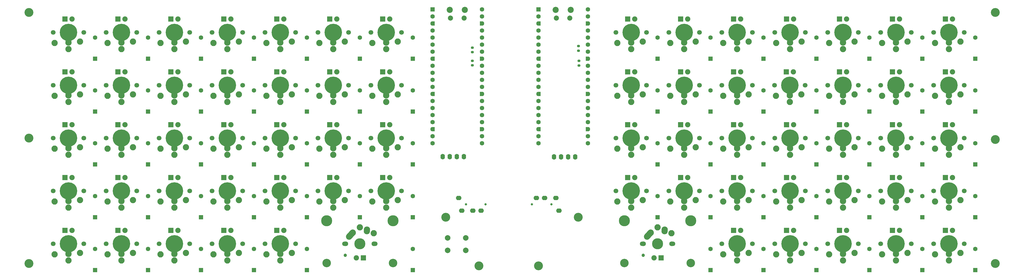
<source format=gbr>
%TF.GenerationSoftware,KiCad,Pcbnew,9.0.3*%
%TF.CreationDate,2025-07-31T16:32:47-07:00*%
%TF.ProjectId,fortissimo-ii,666f7274-6973-4736-996d-6f2d69692e6b,rev?*%
%TF.SameCoordinates,Original*%
%TF.FileFunction,Soldermask,Bot*%
%TF.FilePolarity,Negative*%
%FSLAX46Y46*%
G04 Gerber Fmt 4.6, Leading zero omitted, Abs format (unit mm)*
G04 Created by KiCad (PCBNEW 9.0.3) date 2025-07-31 16:32:47*
%MOMM*%
%LPD*%
G01*
G04 APERTURE LIST*
G04 Aperture macros list*
%AMRoundRect*
0 Rectangle with rounded corners*
0 $1 Rounding radius*
0 $2 $3 $4 $5 $6 $7 $8 $9 X,Y pos of 4 corners*
0 Add a 4 corners polygon primitive as box body*
4,1,4,$2,$3,$4,$5,$6,$7,$8,$9,$2,$3,0*
0 Add four circle primitives for the rounded corners*
1,1,$1+$1,$2,$3*
1,1,$1+$1,$4,$5*
1,1,$1+$1,$6,$7*
1,1,$1+$1,$8,$9*
0 Add four rect primitives between the rounded corners*
20,1,$1+$1,$2,$3,$4,$5,0*
20,1,$1+$1,$4,$5,$6,$7,0*
20,1,$1+$1,$6,$7,$8,$9,0*
20,1,$1+$1,$8,$9,$2,$3,0*%
%AMHorizOval*
0 Thick line with rounded ends*
0 $1 width*
0 $2 $3 position (X,Y) of the first rounded end (center of the circle)*
0 $4 $5 position (X,Y) of the second rounded end (center of the circle)*
0 Add line between two ends*
20,1,$1,$2,$3,$4,$5,0*
0 Add two circle primitives to create the rounded ends*
1,1,$1,$2,$3*
1,1,$1,$4,$5*%
%AMFreePoly0*
4,1,37,0.603843,0.796157,0.639018,0.796157,0.711114,0.766294,0.766294,0.711114,0.796157,0.639018,0.796157,0.603843,0.800000,0.600000,0.800000,-0.600000,0.796157,-0.603843,0.796157,-0.639018,0.766294,-0.711114,0.711114,-0.766294,0.639018,-0.796157,0.603843,-0.796157,0.600000,-0.800000,0.000000,-0.800000,0.000000,-0.796148,-0.078414,-0.796148,-0.232228,-0.765552,-0.377117,-0.705537,
-0.507515,-0.618408,-0.618408,-0.507515,-0.705537,-0.377117,-0.765552,-0.232228,-0.796148,-0.078414,-0.796148,0.078414,-0.765552,0.232228,-0.705537,0.377117,-0.618408,0.507515,-0.507515,0.618408,-0.377117,0.705537,-0.232228,0.765552,-0.078414,0.796148,0.000000,0.796148,0.000000,0.800000,0.600000,0.800000,0.603843,0.796157,0.603843,0.796157,$1*%
%AMFreePoly1*
4,1,37,0.000000,0.796148,0.078414,0.796148,0.232228,0.765552,0.377117,0.705537,0.507515,0.618408,0.618408,0.507515,0.705537,0.377117,0.765552,0.232228,0.796148,0.078414,0.796148,-0.078414,0.765552,-0.232228,0.705537,-0.377117,0.618408,-0.507515,0.507515,-0.618408,0.377117,-0.705537,0.232228,-0.765552,0.078414,-0.796148,0.000000,-0.796148,0.000000,-0.800000,-0.600000,-0.800000,
-0.603843,-0.796157,-0.639018,-0.796157,-0.711114,-0.766294,-0.766294,-0.711114,-0.796157,-0.639018,-0.796157,-0.603843,-0.800000,-0.600000,-0.800000,0.600000,-0.796157,0.603843,-0.796157,0.639018,-0.766294,0.711114,-0.711114,0.766294,-0.639018,0.796157,-0.603843,0.796157,-0.600000,0.800000,0.000000,0.800000,0.000000,0.796148,0.000000,0.796148,$1*%
G04 Aperture macros list end*
%ADD10C,1.700000*%
%ADD11C,6.250000*%
%ADD12C,2.300000*%
%ADD13C,2.250000*%
%ADD14C,1.905000*%
%ADD15R,1.905000X1.905000*%
%ADD16C,0.800000*%
%ADD17O,2.000000X1.600000*%
%ADD18C,3.200000*%
%ADD19C,3.987800*%
%ADD20C,3.048000*%
%ADD21C,1.200000*%
%ADD22C,1.750000*%
%ADD23HorizOval,2.250000X0.654995X0.730004X-0.654995X-0.730004X0*%
%ADD24HorizOval,2.250000X0.019771X0.290016X-0.019771X-0.290016X0*%
%ADD25O,1.600000X2.000000*%
%ADD26C,2.000000*%
%ADD27C,2.200000*%
%ADD28C,1.850000*%
%ADD29RoundRect,0.200000X-0.600000X-0.600000X0.600000X-0.600000X0.600000X0.600000X-0.600000X0.600000X0*%
%ADD30C,1.600000*%
%ADD31FreePoly0,0.000000*%
%ADD32FreePoly1,0.000000*%
%ADD33RoundRect,0.250000X0.550000X-0.550000X0.550000X0.550000X-0.550000X0.550000X-0.550000X-0.550000X0*%
%ADD34RoundRect,0.200000X-0.275000X0.200000X-0.275000X-0.200000X0.275000X-0.200000X0.275000X0.200000X0*%
G04 APERTURE END LIST*
D10*
%TO.C,SW9*%
X56412500Y-52387500D03*
D11*
X61912500Y-52387500D03*
D12*
X61912500Y-56087500D03*
D10*
X67412500Y-52387500D03*
D13*
X61912500Y-58437500D03*
X56912500Y-56187500D03*
X66042500Y-55687500D03*
D14*
X63182500Y-47587500D03*
D15*
X60642500Y-47587500D03*
%TD*%
D10*
%TO.C,SW43*%
X258818750Y-71437500D03*
D11*
X264318750Y-71437500D03*
D12*
X264318750Y-75137500D03*
D10*
X269818750Y-71437500D03*
D13*
X264318750Y-77487500D03*
X259318750Y-75237500D03*
X268448750Y-74737500D03*
D14*
X265588750Y-66637500D03*
D15*
X263048750Y-66637500D03*
%TD*%
D10*
%TO.C,SW48*%
X277868750Y-71437500D03*
D11*
X283368750Y-71437500D03*
D12*
X283368750Y-75137500D03*
D10*
X288868750Y-71437500D03*
D13*
X283368750Y-77487500D03*
X278368750Y-75237500D03*
X287498750Y-74737500D03*
D14*
X284638750Y-66637500D03*
D15*
X282098750Y-66637500D03*
%TD*%
D10*
%TO.C,SW21*%
X151662500Y-71437500D03*
D11*
X157162500Y-71437500D03*
D12*
X157162500Y-75137500D03*
D10*
X162662500Y-71437500D03*
D13*
X157162500Y-77487500D03*
X152162500Y-75237500D03*
X161292500Y-74737500D03*
D14*
X158432500Y-66637500D03*
D15*
X155892500Y-66637500D03*
%TD*%
D16*
%TO.C,J2*%
X209550000Y-95325000D03*
X216550000Y-95325000D03*
D17*
X214150000Y-93025000D03*
X211150000Y-93025000D03*
X219250000Y-97625000D03*
X218150000Y-93025000D03*
%TD*%
D10*
%TO.C,SW26*%
X113562500Y-90487500D03*
D11*
X119062500Y-90487500D03*
D12*
X119062500Y-94187500D03*
D10*
X124562500Y-90487500D03*
D13*
X119062500Y-96537500D03*
X114062500Y-94287500D03*
X123192500Y-93787500D03*
D14*
X120332500Y-85687500D03*
D15*
X117792500Y-85687500D03*
%TD*%
D10*
%TO.C,SW29*%
X37362500Y-109537500D03*
D11*
X42862500Y-109537500D03*
D12*
X42862500Y-113237500D03*
D10*
X48362500Y-109537500D03*
D13*
X42862500Y-115587500D03*
X37862500Y-113337500D03*
X46992500Y-112837500D03*
D14*
X44132500Y-104737500D03*
D15*
X41592500Y-104737500D03*
%TD*%
D10*
%TO.C,SW52*%
X296850000Y-52387500D03*
D11*
X302350000Y-52387500D03*
D12*
X302350000Y-56087500D03*
D10*
X307850000Y-52387500D03*
D13*
X302350000Y-58437500D03*
X297350000Y-56187500D03*
X306480000Y-55687500D03*
D14*
X303620000Y-47587500D03*
D15*
X301080000Y-47587500D03*
%TD*%
D10*
%TO.C,SW61*%
X335018750Y-33337500D03*
D11*
X340518750Y-33337500D03*
D12*
X340518750Y-37037500D03*
D10*
X346018750Y-33337500D03*
D13*
X340518750Y-39387500D03*
X335518750Y-37137500D03*
X344648750Y-36637500D03*
D14*
X341788750Y-28537500D03*
D15*
X339248750Y-28537500D03*
%TD*%
D10*
%TO.C,SW64*%
X335018750Y-90487500D03*
D11*
X340518750Y-90487500D03*
D12*
X340518750Y-94187500D03*
D10*
X346018750Y-90487500D03*
D13*
X340518750Y-96537500D03*
X335518750Y-94287500D03*
X344648750Y-93787500D03*
D14*
X341788750Y-85687500D03*
D15*
X339248750Y-85687500D03*
%TD*%
D10*
%TO.C,SW56*%
X315968750Y-33337500D03*
D11*
X321468750Y-33337500D03*
D12*
X321468750Y-37037500D03*
D10*
X326968750Y-33337500D03*
D13*
X321468750Y-39387500D03*
X316468750Y-37137500D03*
X325598750Y-36637500D03*
D14*
X322738750Y-28537500D03*
D15*
X320198750Y-28537500D03*
%TD*%
D10*
%TO.C,SW62*%
X335018750Y-52387500D03*
D11*
X340518750Y-52387500D03*
D12*
X340518750Y-56087500D03*
D10*
X346018750Y-52387500D03*
D13*
X340518750Y-58437500D03*
X335518750Y-56187500D03*
X344648750Y-55687500D03*
D14*
X341788750Y-47587500D03*
D15*
X339248750Y-47587500D03*
%TD*%
D10*
%TO.C,SW2*%
X56412500Y-33337500D03*
D11*
X61912500Y-33337500D03*
D12*
X61912500Y-37037500D03*
D10*
X67412500Y-33337500D03*
D13*
X61912500Y-39387500D03*
X56912500Y-37137500D03*
X66042500Y-36637500D03*
D14*
X63182500Y-28537500D03*
D15*
X60642500Y-28537500D03*
%TD*%
D10*
%TO.C,SW54*%
X296918750Y-90487500D03*
D11*
X302418750Y-90487500D03*
D12*
X302418750Y-94187500D03*
D10*
X307918750Y-90487500D03*
D13*
X302418750Y-96537500D03*
X297418750Y-94287500D03*
X306548750Y-93787500D03*
D14*
X303688750Y-85687500D03*
D15*
X301148750Y-85687500D03*
%TD*%
D10*
%TO.C,SW31*%
X75462500Y-109537500D03*
D11*
X80962500Y-109537500D03*
D12*
X80962500Y-113237500D03*
D10*
X86462500Y-109537500D03*
D13*
X80962500Y-115587500D03*
X75962500Y-113337500D03*
X85092500Y-112837500D03*
D14*
X82232500Y-104737500D03*
D15*
X79692500Y-104737500D03*
%TD*%
D10*
%TO.C,SW65*%
X354068750Y-109537500D03*
D11*
X359568750Y-109537500D03*
D12*
X359568750Y-113237500D03*
D10*
X365068750Y-109537500D03*
D13*
X359568750Y-115587500D03*
X354568750Y-113337500D03*
X363698750Y-112837500D03*
D14*
X360838750Y-104737500D03*
D15*
X358298750Y-104737500D03*
%TD*%
D10*
%TO.C,SW25*%
X94512500Y-90487500D03*
D11*
X100012500Y-90487500D03*
D12*
X100012500Y-94187500D03*
D10*
X105512500Y-90487500D03*
D13*
X100012500Y-96537500D03*
X95012500Y-94287500D03*
X104142500Y-93787500D03*
D14*
X101282500Y-85687500D03*
D15*
X98742500Y-85687500D03*
%TD*%
D18*
%TO.C,REF\u002A\u002A*%
X376237500Y-71934375D03*
%TD*%
%TO.C,REF\u002A\u002A*%
X211931250Y-117525000D03*
%TD*%
%TO.C,REF\u002A\u002A*%
X178593750Y-100012500D03*
%TD*%
D10*
%TO.C,SW4*%
X94512500Y-33337500D03*
D11*
X100012500Y-33337500D03*
D12*
X100012500Y-37037500D03*
D10*
X105512500Y-33337500D03*
D13*
X100012500Y-39387500D03*
X95012500Y-37137500D03*
X104142500Y-36637500D03*
D14*
X101282500Y-28537500D03*
D15*
X98742500Y-28537500D03*
%TD*%
D18*
%TO.C,REF\u002A\u002A*%
X376237500Y-26193750D03*
%TD*%
D19*
%TO.C,SW34*%
X135699500Y-101282500D03*
D20*
X135699500Y-116522500D03*
D10*
X142137500Y-109537500D03*
D21*
X142417500Y-113737500D03*
D22*
X142557500Y-109537500D03*
D19*
X147637500Y-109537500D03*
D22*
X152717500Y-109537500D03*
D10*
X153137500Y-109537500D03*
D19*
X159575500Y-101282500D03*
D20*
X159575500Y-116522500D03*
D23*
X144482495Y-106267496D03*
D13*
X145137500Y-105537500D03*
X147637500Y-103637500D03*
D24*
X150157271Y-104747484D03*
D13*
X150177500Y-104457500D03*
X152637500Y-105737500D03*
D14*
X146367500Y-114617500D03*
D15*
X148907500Y-114617500D03*
%TD*%
D18*
%TO.C,REF\u002A\u002A*%
X28575000Y-116681250D03*
%TD*%
D10*
%TO.C,SW14*%
X151662500Y-52387500D03*
D11*
X157162500Y-52387500D03*
D12*
X157162500Y-56087500D03*
D10*
X162662500Y-52387500D03*
D13*
X157162500Y-58437500D03*
X152162500Y-56187500D03*
X161292500Y-55687500D03*
D14*
X158432500Y-47587500D03*
D15*
X155892500Y-47587500D03*
%TD*%
D10*
%TO.C,SW8*%
X37362500Y-52387500D03*
D11*
X42862500Y-52387500D03*
D12*
X42862500Y-56087500D03*
D10*
X48362500Y-52387500D03*
D13*
X42862500Y-58437500D03*
X37862500Y-56187500D03*
X46992500Y-55687500D03*
D14*
X44132500Y-47587500D03*
D15*
X41592500Y-47587500D03*
%TD*%
D10*
%TO.C,SW6*%
X132612500Y-33337500D03*
D11*
X138112500Y-33337500D03*
D12*
X138112500Y-37037500D03*
D10*
X143612500Y-33337500D03*
D13*
X138112500Y-39387500D03*
X133112500Y-37137500D03*
X142242500Y-36637500D03*
D14*
X139382500Y-28537500D03*
D15*
X136842500Y-28537500D03*
%TD*%
D10*
%TO.C,SW5*%
X113562500Y-33337500D03*
D11*
X119062500Y-33337500D03*
D12*
X119062500Y-37037500D03*
D10*
X124562500Y-33337500D03*
D13*
X119062500Y-39387500D03*
X114062500Y-37137500D03*
X123192500Y-36637500D03*
D14*
X120332500Y-28537500D03*
D15*
X117792500Y-28537500D03*
%TD*%
D10*
%TO.C,SW67*%
X354068750Y-52387500D03*
D11*
X359568750Y-52387500D03*
D12*
X359568750Y-56087500D03*
D10*
X365068750Y-52387500D03*
D13*
X359568750Y-58437500D03*
X354568750Y-56187500D03*
X363698750Y-55687500D03*
D14*
X360838750Y-47587500D03*
D15*
X358298750Y-47587500D03*
%TD*%
D25*
%TO.C,Brd2*%
X225120000Y-78225000D03*
X222580000Y-78225000D03*
X220040000Y-78225000D03*
X217500000Y-78225000D03*
%TD*%
D10*
%TO.C,SW46*%
X277868750Y-33337500D03*
D11*
X283368750Y-33337500D03*
D12*
X283368750Y-37037500D03*
D10*
X288868750Y-33337500D03*
D13*
X283368750Y-39387500D03*
X278368750Y-37137500D03*
X287498750Y-36637500D03*
D14*
X284638750Y-28537500D03*
D15*
X282098750Y-28537500D03*
%TD*%
D10*
%TO.C,SW66*%
X354068750Y-33337500D03*
D11*
X359568750Y-33337500D03*
D12*
X359568750Y-37037500D03*
D10*
X365068750Y-33337500D03*
D13*
X359568750Y-39387500D03*
X354568750Y-37137500D03*
X363698750Y-36637500D03*
D14*
X360838750Y-28537500D03*
D15*
X358298750Y-28537500D03*
%TD*%
D10*
%TO.C,SW18*%
X94512500Y-71437500D03*
D11*
X100012500Y-71437500D03*
D12*
X100012500Y-75137500D03*
D10*
X105512500Y-71437500D03*
D13*
X100012500Y-77487500D03*
X95012500Y-75237500D03*
X104142500Y-74737500D03*
D14*
X101282500Y-66637500D03*
D15*
X98742500Y-66637500D03*
%TD*%
D10*
%TO.C,SW20*%
X132612500Y-71437500D03*
D11*
X138112500Y-71437500D03*
D12*
X138112500Y-75137500D03*
D10*
X143612500Y-71437500D03*
D13*
X138112500Y-77487500D03*
X133112500Y-75237500D03*
X142242500Y-74737500D03*
D14*
X139382500Y-66637500D03*
D15*
X136842500Y-66637500D03*
%TD*%
D10*
%TO.C,SW37*%
X239768750Y-52387500D03*
D11*
X245268750Y-52387500D03*
D12*
X245268750Y-56087500D03*
D10*
X250768750Y-52387500D03*
D13*
X245268750Y-58437500D03*
X240268750Y-56187500D03*
X249398750Y-55687500D03*
D14*
X246538750Y-47587500D03*
D15*
X243998750Y-47587500D03*
%TD*%
D10*
%TO.C,SW1*%
X37362500Y-33337500D03*
D11*
X42862500Y-33337500D03*
D12*
X42862500Y-37037500D03*
D10*
X48362500Y-33337500D03*
D13*
X42862500Y-39387500D03*
X37862500Y-37137500D03*
X46992500Y-36637500D03*
D14*
X44132500Y-28537500D03*
D15*
X41592500Y-28537500D03*
%TD*%
D10*
%TO.C,SW24*%
X75462500Y-90487500D03*
D11*
X80962500Y-90487500D03*
D12*
X80962500Y-94187500D03*
D10*
X86462500Y-90487500D03*
D13*
X80962500Y-96537500D03*
X75962500Y-94287500D03*
X85092500Y-93787500D03*
D14*
X82232500Y-85687500D03*
D15*
X79692500Y-85687500D03*
%TD*%
D10*
%TO.C,SW57*%
X315968750Y-52387500D03*
D11*
X321468750Y-52387500D03*
D12*
X321468750Y-56087500D03*
D10*
X326968750Y-52387500D03*
D13*
X321468750Y-58437500D03*
X316468750Y-56187500D03*
X325598750Y-55687500D03*
D14*
X322738750Y-47587500D03*
D15*
X320198750Y-47587500D03*
%TD*%
D10*
%TO.C,SW27*%
X132612500Y-90487500D03*
D11*
X138112500Y-90487500D03*
D12*
X138112500Y-94187500D03*
D10*
X143612500Y-90487500D03*
D13*
X138112500Y-96537500D03*
X133112500Y-94287500D03*
X142242500Y-93787500D03*
D14*
X139382500Y-85687500D03*
D15*
X136842500Y-85687500D03*
%TD*%
D10*
%TO.C,SW68*%
X354068750Y-71437500D03*
D11*
X359568750Y-71437500D03*
D12*
X359568750Y-75137500D03*
D10*
X365068750Y-71437500D03*
D13*
X359568750Y-77487500D03*
X354568750Y-75237500D03*
X363698750Y-74737500D03*
D14*
X360838750Y-66637500D03*
D15*
X358298750Y-66637500D03*
%TD*%
D18*
%TO.C,REF\u002A\u002A*%
X28575000Y-71437500D03*
%TD*%
D10*
%TO.C,SW36*%
X239768750Y-33337500D03*
D11*
X245268750Y-33337500D03*
D12*
X245268750Y-37037500D03*
D10*
X250768750Y-33337500D03*
D13*
X245268750Y-39387500D03*
X240268750Y-37137500D03*
X249398750Y-36637500D03*
D14*
X246538750Y-28537500D03*
D15*
X243998750Y-28537500D03*
%TD*%
D10*
%TO.C,SW32*%
X94512500Y-109537500D03*
D11*
X100012500Y-109537500D03*
D12*
X100012500Y-113237500D03*
D10*
X105512500Y-109537500D03*
D13*
X100012500Y-115587500D03*
X95012500Y-113337500D03*
X104142500Y-112837500D03*
D14*
X101282500Y-104737500D03*
D15*
X98742500Y-104737500D03*
%TD*%
D18*
%TO.C,REF\u002A\u002A*%
X376237500Y-116681250D03*
%TD*%
D10*
%TO.C,SW3*%
X75462500Y-33337500D03*
D11*
X80962500Y-33337500D03*
D12*
X80962500Y-37037500D03*
D10*
X86462500Y-33337500D03*
D13*
X80962500Y-39387500D03*
X75962500Y-37137500D03*
X85092500Y-36637500D03*
D14*
X82232500Y-28537500D03*
D15*
X79692500Y-28537500D03*
%TD*%
D10*
%TO.C,SW58*%
X315968750Y-71437500D03*
D11*
X321468750Y-71437500D03*
D12*
X321468750Y-75137500D03*
D10*
X326968750Y-71437500D03*
D13*
X321468750Y-77487500D03*
X316468750Y-75237500D03*
X325598750Y-74737500D03*
D14*
X322738750Y-66637500D03*
D15*
X320198750Y-66637500D03*
%TD*%
D10*
%TO.C,SW33*%
X113562500Y-109537500D03*
D11*
X119062500Y-109537500D03*
D12*
X119062500Y-113237500D03*
D10*
X124562500Y-109537500D03*
D13*
X119062500Y-115587500D03*
X114062500Y-113337500D03*
X123192500Y-112837500D03*
D14*
X120332500Y-104737500D03*
D15*
X117792500Y-104737500D03*
%TD*%
D10*
%TO.C,SW63*%
X335018750Y-71437500D03*
D11*
X340518750Y-71437500D03*
D12*
X340518750Y-75137500D03*
D10*
X346018750Y-71437500D03*
D13*
X340518750Y-77487500D03*
X335518750Y-75237500D03*
X344648750Y-74737500D03*
D14*
X341788750Y-66637500D03*
D15*
X339248750Y-66637500D03*
%TD*%
D18*
%TO.C,REF\u002A\u002A*%
X226218750Y-100012500D03*
%TD*%
D16*
%TO.C,J1*%
X192881250Y-95331250D03*
X185881250Y-95331250D03*
D17*
X188281250Y-97631250D03*
X191281250Y-97631250D03*
X183181250Y-93031250D03*
X184281250Y-97631250D03*
%TD*%
D10*
%TO.C,SW53*%
X296918750Y-71437500D03*
D11*
X302418750Y-71437500D03*
D12*
X302418750Y-75137500D03*
D10*
X307918750Y-71437500D03*
D13*
X302418750Y-77487500D03*
X297418750Y-75237500D03*
X306548750Y-74737500D03*
D14*
X303688750Y-66637500D03*
D15*
X301148750Y-66637500D03*
%TD*%
D10*
%TO.C,SW22*%
X37362500Y-90487500D03*
D11*
X42862500Y-90487500D03*
D12*
X42862500Y-94187500D03*
D10*
X48362500Y-90487500D03*
D13*
X42862500Y-96537500D03*
X37862500Y-94287500D03*
X46992500Y-93787500D03*
D14*
X44132500Y-85687500D03*
D15*
X41592500Y-85687500D03*
%TD*%
D10*
%TO.C,SW60*%
X335018750Y-109537500D03*
D11*
X340518750Y-109537500D03*
D12*
X340518750Y-113237500D03*
D10*
X346018750Y-109537500D03*
D13*
X340518750Y-115587500D03*
X335518750Y-113337500D03*
X344648750Y-112837500D03*
D14*
X341788750Y-104737500D03*
D15*
X339248750Y-104737500D03*
%TD*%
D10*
%TO.C,SW44*%
X258818750Y-90487500D03*
D11*
X264318750Y-90487500D03*
D12*
X264318750Y-94187500D03*
D10*
X269818750Y-90487500D03*
D13*
X264318750Y-96537500D03*
X259318750Y-94287500D03*
X268448750Y-93787500D03*
D14*
X265588750Y-85687500D03*
D15*
X263048750Y-85687500D03*
%TD*%
D10*
%TO.C,SW11*%
X94512500Y-52387500D03*
D11*
X100012500Y-52387500D03*
D12*
X100012500Y-56087500D03*
D10*
X105512500Y-52387500D03*
D13*
X100012500Y-58437500D03*
X95012500Y-56187500D03*
X104142500Y-55687500D03*
D14*
X101282500Y-47587500D03*
D15*
X98742500Y-47587500D03*
%TD*%
D10*
%TO.C,SW39*%
X239768750Y-90487500D03*
D11*
X245268750Y-90487500D03*
D12*
X245268750Y-94187500D03*
D10*
X250768750Y-90487500D03*
D13*
X245268750Y-96537500D03*
X240268750Y-94287500D03*
X249398750Y-93787500D03*
D14*
X246538750Y-85687500D03*
D15*
X243998750Y-85687500D03*
%TD*%
D10*
%TO.C,SW7*%
X151662500Y-33337500D03*
D11*
X157162500Y-33337500D03*
D12*
X157162500Y-37037500D03*
D10*
X162662500Y-33337500D03*
D13*
X157162500Y-39387500D03*
X152162500Y-37137500D03*
X161292500Y-36637500D03*
D14*
X158432500Y-28537500D03*
D15*
X155892500Y-28537500D03*
%TD*%
D26*
%TO.C,SW35*%
X179237500Y-107418750D03*
X185737500Y-107418750D03*
X179237500Y-111918750D03*
X185737500Y-111918750D03*
%TD*%
D10*
%TO.C,SW23*%
X56412500Y-90487500D03*
D11*
X61912500Y-90487500D03*
D12*
X61912500Y-94187500D03*
D10*
X67412500Y-90487500D03*
D13*
X61912500Y-96537500D03*
X56912500Y-94287500D03*
X66042500Y-93787500D03*
D14*
X63182500Y-85687500D03*
D15*
X60642500Y-85687500D03*
%TD*%
D18*
%TO.C,REF\u002A\u002A*%
X28575000Y-26193750D03*
%TD*%
D10*
%TO.C,SW13*%
X132612500Y-52387500D03*
D11*
X138112500Y-52387500D03*
D12*
X138112500Y-56087500D03*
D10*
X143612500Y-52387500D03*
D13*
X138112500Y-58437500D03*
X133112500Y-56187500D03*
X142242500Y-55687500D03*
D14*
X139382500Y-47587500D03*
D15*
X136842500Y-47587500D03*
%TD*%
D10*
%TO.C,SW55*%
X315968750Y-109537500D03*
D11*
X321468750Y-109537500D03*
D12*
X321468750Y-113237500D03*
D10*
X326968750Y-109537500D03*
D13*
X321468750Y-115587500D03*
X316468750Y-113337500D03*
X325598750Y-112837500D03*
D14*
X322738750Y-104737500D03*
D15*
X320198750Y-104737500D03*
%TD*%
D10*
%TO.C,SW10*%
X75462500Y-52387500D03*
D11*
X80962500Y-52387500D03*
D12*
X80962500Y-56087500D03*
D10*
X86462500Y-52387500D03*
D13*
X80962500Y-58437500D03*
X75962500Y-56187500D03*
X85092500Y-55687500D03*
D14*
X82232500Y-47587500D03*
D15*
X79692500Y-47587500D03*
%TD*%
D10*
%TO.C,SW41*%
X258818750Y-33337500D03*
D11*
X264318750Y-33337500D03*
D12*
X264318750Y-37037500D03*
D10*
X269818750Y-33337500D03*
D13*
X264318750Y-39387500D03*
X259318750Y-37137500D03*
X268448750Y-36637500D03*
D14*
X265588750Y-28537500D03*
D15*
X263048750Y-28537500D03*
%TD*%
D10*
%TO.C,SW51*%
X296918750Y-33337500D03*
D11*
X302418750Y-33337500D03*
D12*
X302418750Y-37037500D03*
D10*
X307918750Y-33337500D03*
D13*
X302418750Y-39387500D03*
X297418750Y-37137500D03*
X306548750Y-36637500D03*
D14*
X303688750Y-28537500D03*
D15*
X301148750Y-28537500D03*
%TD*%
D10*
%TO.C,SW12*%
X113562500Y-52387500D03*
D11*
X119062500Y-52387500D03*
D12*
X119062500Y-56087500D03*
D10*
X124562500Y-52387500D03*
D13*
X119062500Y-58437500D03*
X114062500Y-56187500D03*
X123192500Y-55687500D03*
D14*
X120332500Y-47587500D03*
D15*
X117792500Y-47587500D03*
%TD*%
D10*
%TO.C,SW49*%
X277868750Y-90487500D03*
D11*
X283368750Y-90487500D03*
D12*
X283368750Y-94187500D03*
D10*
X288868750Y-90487500D03*
D13*
X283368750Y-96537500D03*
X278368750Y-94287500D03*
X287498750Y-93787500D03*
D14*
X284638750Y-85687500D03*
D15*
X282098750Y-85687500D03*
%TD*%
D10*
%TO.C,SW47*%
X277868750Y-52387500D03*
D11*
X283368750Y-52387500D03*
D12*
X283368750Y-56087500D03*
D10*
X288868750Y-52387500D03*
D13*
X283368750Y-58437500D03*
X278368750Y-56187500D03*
X287498750Y-55687500D03*
D14*
X284638750Y-47587500D03*
D15*
X282098750Y-47587500D03*
%TD*%
D27*
%TO.C,A1*%
X179996250Y-25190000D03*
D28*
X180296250Y-28220000D03*
X185146250Y-28220000D03*
D27*
X185446250Y-25190000D03*
D29*
X173831250Y-25060000D03*
D30*
X173831250Y-27600000D03*
D31*
X173831250Y-30140000D03*
D30*
X173831250Y-32680000D03*
X173831250Y-35220000D03*
X173831250Y-37760000D03*
X173831250Y-40300000D03*
D31*
X173831250Y-42840000D03*
D30*
X173831250Y-45380000D03*
X173831250Y-47920000D03*
X173831250Y-50460000D03*
X173831250Y-53000000D03*
D31*
X173831250Y-55540000D03*
D30*
X173831250Y-58080000D03*
X173831250Y-60620000D03*
X173831250Y-63160000D03*
X173831250Y-65700000D03*
D31*
X173831250Y-68240000D03*
D30*
X173831250Y-70780000D03*
X173831250Y-73320000D03*
X191611250Y-73320000D03*
X191611250Y-70780000D03*
D32*
X191611250Y-68240000D03*
D30*
X191611250Y-65700000D03*
X191611250Y-63160000D03*
X191611250Y-60620000D03*
X191611250Y-58080000D03*
D32*
X191611250Y-55540000D03*
D30*
X191611250Y-53000000D03*
X191611250Y-50460000D03*
X191611250Y-47920000D03*
X191611250Y-45380000D03*
D32*
X191611250Y-42840000D03*
D30*
X191611250Y-40300000D03*
X191611250Y-37760000D03*
X191611250Y-35220000D03*
X191611250Y-32680000D03*
D32*
X191611250Y-30140000D03*
D30*
X191611250Y-27600000D03*
X191611250Y-25060000D03*
%TD*%
D10*
%TO.C,SW17*%
X75462500Y-71437500D03*
D11*
X80962500Y-71437500D03*
D12*
X80962500Y-75137500D03*
D10*
X86462500Y-71437500D03*
D13*
X80962500Y-77487500D03*
X75962500Y-75237500D03*
X85092500Y-74737500D03*
D14*
X82232500Y-66637500D03*
D15*
X79692500Y-66637500D03*
%TD*%
D10*
%TO.C,SW28*%
X151662500Y-90487500D03*
D11*
X157162500Y-90487500D03*
D12*
X157162500Y-94187500D03*
D10*
X162662500Y-90487500D03*
D13*
X157162500Y-96537500D03*
X152162500Y-94287500D03*
X161292500Y-93787500D03*
D14*
X158432500Y-85687500D03*
D15*
X155892500Y-85687500D03*
%TD*%
D10*
%TO.C,SW59*%
X315968750Y-90487500D03*
D11*
X321468750Y-90487500D03*
D12*
X321468750Y-94187500D03*
D10*
X326968750Y-90487500D03*
D13*
X321468750Y-96537500D03*
X316468750Y-94287500D03*
X325598750Y-93787500D03*
D14*
X322738750Y-85687500D03*
D15*
X320198750Y-85687500D03*
%TD*%
D19*
%TO.C,SW40*%
X242855750Y-101282500D03*
D20*
X242855750Y-116522500D03*
D10*
X249293750Y-109537500D03*
D21*
X249573750Y-113737500D03*
D22*
X249713750Y-109537500D03*
D19*
X254793750Y-109537500D03*
D22*
X259873750Y-109537500D03*
D10*
X260293750Y-109537500D03*
D19*
X266731750Y-101282500D03*
D20*
X266731750Y-116522500D03*
D23*
X251638745Y-106267496D03*
D13*
X252293750Y-105537500D03*
X254793750Y-103637500D03*
D24*
X257313521Y-104747484D03*
D13*
X257333750Y-104457500D03*
X259793750Y-105737500D03*
D14*
X253523750Y-114617500D03*
D15*
X256063750Y-114617500D03*
%TD*%
D10*
%TO.C,SW19*%
X113562500Y-71437500D03*
D11*
X119062500Y-71437500D03*
D12*
X119062500Y-75137500D03*
D10*
X124562500Y-71437500D03*
D13*
X119062500Y-77487500D03*
X114062500Y-75237500D03*
X123192500Y-74737500D03*
D14*
X120332500Y-66637500D03*
D15*
X117792500Y-66637500D03*
%TD*%
D18*
%TO.C,REF\u002A\u002A*%
X190500000Y-117500000D03*
%TD*%
D10*
%TO.C,SW16*%
X56412500Y-71437500D03*
D11*
X61912500Y-71437500D03*
D12*
X61912500Y-75137500D03*
D10*
X67412500Y-71437500D03*
D13*
X61912500Y-77487500D03*
X56912500Y-75237500D03*
X66042500Y-74737500D03*
D14*
X63182500Y-66637500D03*
D15*
X60642500Y-66637500D03*
%TD*%
D27*
%TO.C,A2*%
X218065000Y-25190000D03*
D28*
X218365000Y-28220000D03*
X223215000Y-28220000D03*
D27*
X223515000Y-25190000D03*
D29*
X211900000Y-25060000D03*
D30*
X211900000Y-27600000D03*
D31*
X211900000Y-30140000D03*
D30*
X211900000Y-32680000D03*
X211900000Y-35220000D03*
X211900000Y-37760000D03*
X211900000Y-40300000D03*
D31*
X211900000Y-42840000D03*
D30*
X211900000Y-45380000D03*
X211900000Y-47920000D03*
X211900000Y-50460000D03*
X211900000Y-53000000D03*
D31*
X211900000Y-55540000D03*
D30*
X211900000Y-58080000D03*
X211900000Y-60620000D03*
X211900000Y-63160000D03*
X211900000Y-65700000D03*
D31*
X211900000Y-68240000D03*
D30*
X211900000Y-70780000D03*
X211900000Y-73320000D03*
X229680000Y-73320000D03*
X229680000Y-70780000D03*
D32*
X229680000Y-68240000D03*
D30*
X229680000Y-65700000D03*
X229680000Y-63160000D03*
X229680000Y-60620000D03*
X229680000Y-58080000D03*
D32*
X229680000Y-55540000D03*
D30*
X229680000Y-53000000D03*
X229680000Y-50460000D03*
X229680000Y-47920000D03*
X229680000Y-45380000D03*
D32*
X229680000Y-42840000D03*
D30*
X229680000Y-40300000D03*
X229680000Y-37760000D03*
X229680000Y-35220000D03*
X229680000Y-32680000D03*
D32*
X229680000Y-30140000D03*
D30*
X229680000Y-27600000D03*
X229680000Y-25060000D03*
%TD*%
D10*
%TO.C,SW42*%
X258818750Y-52387500D03*
D11*
X264318750Y-52387500D03*
D12*
X264318750Y-56087500D03*
D10*
X269818750Y-52387500D03*
D13*
X264318750Y-58437500D03*
X259318750Y-56187500D03*
X268448750Y-55687500D03*
D14*
X265588750Y-47587500D03*
D15*
X263048750Y-47587500D03*
%TD*%
D10*
%TO.C,SW50*%
X296918750Y-109537500D03*
D11*
X302418750Y-109537500D03*
D12*
X302418750Y-113237500D03*
D10*
X307918750Y-109537500D03*
D13*
X302418750Y-115587500D03*
X297418750Y-113337500D03*
X306548750Y-112837500D03*
D14*
X303688750Y-104737500D03*
D15*
X301148750Y-104737500D03*
%TD*%
D10*
%TO.C,SW38*%
X239768750Y-71437500D03*
D11*
X245268750Y-71437500D03*
D12*
X245268750Y-75137500D03*
D10*
X250768750Y-71437500D03*
D13*
X245268750Y-77487500D03*
X240268750Y-75237500D03*
X249398750Y-74737500D03*
D14*
X246538750Y-66637500D03*
D15*
X243998750Y-66637500D03*
%TD*%
D10*
%TO.C,SW15*%
X37362500Y-71437500D03*
D11*
X42862500Y-71437500D03*
D12*
X42862500Y-75137500D03*
D10*
X48362500Y-71437500D03*
D13*
X42862500Y-77487500D03*
X37862500Y-75237500D03*
X46992500Y-74737500D03*
D14*
X44132500Y-66637500D03*
D15*
X41592500Y-66637500D03*
%TD*%
D10*
%TO.C,SW30*%
X56412500Y-109537500D03*
D11*
X61912500Y-109537500D03*
D12*
X61912500Y-113237500D03*
D10*
X67412500Y-109537500D03*
D13*
X61912500Y-115587500D03*
X56912500Y-113337500D03*
X66042500Y-112837500D03*
D14*
X63182500Y-104737500D03*
D15*
X60642500Y-104737500D03*
%TD*%
D25*
%TO.C,Brd1*%
X185120000Y-78176400D03*
X182580000Y-78176400D03*
X180040000Y-78176400D03*
X177500000Y-78176400D03*
%TD*%
D10*
%TO.C,SW45*%
X277868750Y-109537500D03*
D11*
X283368750Y-109537500D03*
D12*
X283368750Y-113237500D03*
D10*
X288868750Y-109537500D03*
D13*
X283368750Y-115587500D03*
X278368750Y-113337500D03*
X287498750Y-112837500D03*
D14*
X284638750Y-104737500D03*
D15*
X282098750Y-104737500D03*
%TD*%
D10*
%TO.C,SW69*%
X354068750Y-90487500D03*
D11*
X359568750Y-90487500D03*
D12*
X359568750Y-94187500D03*
D10*
X365068750Y-90487500D03*
D13*
X359568750Y-96537500D03*
X354568750Y-94287500D03*
X363698750Y-93787500D03*
D14*
X360838750Y-85687500D03*
D15*
X358298750Y-85687500D03*
%TD*%
D33*
%TO.C,D10*%
X90487500Y-61912500D03*
D30*
X90487500Y-54292500D03*
%TD*%
D33*
%TO.C,D23*%
X71437500Y-100012500D03*
D30*
X71437500Y-92392500D03*
%TD*%
D33*
%TO.C,D21*%
X166687500Y-80962500D03*
D30*
X166687500Y-73342500D03*
%TD*%
D33*
%TO.C,D27*%
X147637500Y-100012500D03*
D30*
X147637500Y-92392500D03*
%TD*%
D33*
%TO.C,D58*%
X330993750Y-42862500D03*
D30*
X330993750Y-35242500D03*
%TD*%
D33*
%TO.C,D11*%
X109537500Y-61912500D03*
D30*
X109537500Y-54292500D03*
%TD*%
D33*
%TO.C,D12*%
X128587500Y-61912500D03*
D30*
X128587500Y-54292500D03*
%TD*%
D33*
%TO.C,D70*%
X369093750Y-80962500D03*
D30*
X369093750Y-73342500D03*
%TD*%
D33*
%TO.C,D8*%
X52387500Y-61912500D03*
D30*
X52387500Y-54292500D03*
%TD*%
D34*
%TO.C,R4*%
X226525000Y-43625000D03*
X226525000Y-45275000D03*
%TD*%
D33*
%TO.C,D15*%
X52387500Y-80962500D03*
D30*
X52387500Y-73342500D03*
%TD*%
D33*
%TO.C,D43*%
X273843750Y-42862500D03*
D30*
X273843750Y-35242500D03*
%TD*%
D33*
%TO.C,D13*%
X147637500Y-61912500D03*
D30*
X147637500Y-54292500D03*
%TD*%
D33*
%TO.C,D25*%
X109537500Y-100012500D03*
D30*
X109537500Y-92392500D03*
%TD*%
D34*
%TO.C,R1*%
X188118750Y-38831250D03*
X188118750Y-40481250D03*
%TD*%
D33*
%TO.C,D14*%
X166687500Y-61912500D03*
D30*
X166687500Y-54292500D03*
%TD*%
D33*
%TO.C,D51*%
X292893750Y-100012500D03*
D30*
X292893750Y-92392500D03*
%TD*%
D33*
%TO.C,D46*%
X273843750Y-100012500D03*
D30*
X273843750Y-92392500D03*
%TD*%
D33*
%TO.C,D26*%
X128587500Y-100012500D03*
D30*
X128587500Y-92392500D03*
%TD*%
D33*
%TO.C,D19*%
X128587500Y-80962500D03*
D30*
X128587500Y-73342500D03*
%TD*%
D33*
%TO.C,D16*%
X71437500Y-80962500D03*
D30*
X71437500Y-73342500D03*
%TD*%
D33*
%TO.C,D28*%
X166687500Y-100012500D03*
D30*
X166687500Y-92392500D03*
%TD*%
D33*
%TO.C,D54*%
X311943750Y-61912500D03*
D30*
X311943750Y-54292500D03*
%TD*%
D33*
%TO.C,D49*%
X292893750Y-61912500D03*
D30*
X292893750Y-54292500D03*
%TD*%
D33*
%TO.C,D60*%
X330993750Y-80962500D03*
D30*
X330993750Y-73342500D03*
%TD*%
D33*
%TO.C,D57*%
X330993750Y-119062500D03*
D30*
X330993750Y-111442500D03*
%TD*%
D33*
%TO.C,D31*%
X90487500Y-119062500D03*
D30*
X90487500Y-111442500D03*
%TD*%
D33*
%TO.C,D3*%
X90487500Y-42862500D03*
D30*
X90487500Y-35242500D03*
%TD*%
D33*
%TO.C,D18*%
X109537500Y-80962500D03*
D30*
X109537500Y-73342500D03*
%TD*%
D33*
%TO.C,D64*%
X350043750Y-61912500D03*
D30*
X350043750Y-54292500D03*
%TD*%
D33*
%TO.C,D1*%
X52387500Y-42862500D03*
D30*
X52387500Y-35242500D03*
%TD*%
D33*
%TO.C,D29*%
X52387500Y-119062500D03*
D30*
X52387500Y-111442500D03*
%TD*%
D33*
%TO.C,D5*%
X128587500Y-42862500D03*
D30*
X128587500Y-35242500D03*
%TD*%
D33*
%TO.C,D63*%
X350043750Y-42862500D03*
D30*
X350043750Y-35242500D03*
%TD*%
D33*
%TO.C,D34*%
X166687500Y-119062500D03*
D30*
X166687500Y-111442500D03*
%TD*%
D33*
%TO.C,D44*%
X273843750Y-61912500D03*
D30*
X273843750Y-54292500D03*
%TD*%
D34*
%TO.C,R3*%
X226350000Y-38275000D03*
X226350000Y-39925000D03*
%TD*%
D33*
%TO.C,D71*%
X369093750Y-100012500D03*
D30*
X369093750Y-92392500D03*
%TD*%
D33*
%TO.C,D38*%
X254793750Y-42862500D03*
D30*
X254793750Y-35242500D03*
%TD*%
D33*
%TO.C,D42*%
X273843750Y-119062500D03*
D30*
X273843750Y-111442500D03*
%TD*%
D33*
%TO.C,D52*%
X311943750Y-119062500D03*
D30*
X311943750Y-111442500D03*
%TD*%
D33*
%TO.C,D55*%
X311943750Y-80962500D03*
D30*
X311943750Y-73342500D03*
%TD*%
D33*
%TO.C,D17*%
X90487500Y-80962500D03*
D30*
X90487500Y-73342500D03*
%TD*%
D33*
%TO.C,D67*%
X369093750Y-119062500D03*
D30*
X369093750Y-111442500D03*
%TD*%
D33*
%TO.C,D40*%
X254793750Y-80962500D03*
D30*
X254793750Y-73342500D03*
%TD*%
D33*
%TO.C,D62*%
X350043750Y-119062500D03*
D30*
X350043750Y-111442500D03*
%TD*%
D33*
%TO.C,D47*%
X292893750Y-119062500D03*
D30*
X292893750Y-111442500D03*
%TD*%
D33*
%TO.C,D45*%
X273843750Y-80962500D03*
D30*
X273843750Y-73342500D03*
%TD*%
D33*
%TO.C,D32*%
X109537500Y-119062500D03*
D30*
X109537500Y-111442500D03*
%TD*%
D33*
%TO.C,D22*%
X52387500Y-100012500D03*
D30*
X52387500Y-92392500D03*
%TD*%
D33*
%TO.C,D9*%
X71437500Y-61912500D03*
D30*
X71437500Y-54292500D03*
%TD*%
D33*
%TO.C,D59*%
X330993750Y-61912500D03*
D30*
X330993750Y-54292500D03*
%TD*%
D33*
%TO.C,D68*%
X369093750Y-42862500D03*
D30*
X369093750Y-35242500D03*
%TD*%
D33*
%TO.C,D33*%
X128587500Y-119062500D03*
D30*
X128587500Y-111442500D03*
%TD*%
D33*
%TO.C,D30*%
X71437500Y-119062500D03*
D30*
X71437500Y-111442500D03*
%TD*%
D33*
%TO.C,D53*%
X311943750Y-42862500D03*
D30*
X311943750Y-35242500D03*
%TD*%
D33*
%TO.C,D48*%
X292893750Y-42862500D03*
D30*
X292893750Y-35242500D03*
%TD*%
D33*
%TO.C,D61*%
X330993750Y-100012500D03*
D30*
X330993750Y-92392500D03*
%TD*%
D33*
%TO.C,D2*%
X71437500Y-42862500D03*
D30*
X71437500Y-35242500D03*
%TD*%
D33*
%TO.C,D65*%
X350043750Y-80962500D03*
D30*
X350043750Y-73342500D03*
%TD*%
D33*
%TO.C,D56*%
X311943750Y-100012500D03*
D30*
X311943750Y-92392500D03*
%TD*%
D33*
%TO.C,D24*%
X90487500Y-100012500D03*
D30*
X90487500Y-92392500D03*
%TD*%
D34*
%TO.C,R2*%
X188118750Y-43593750D03*
X188118750Y-45243750D03*
%TD*%
D33*
%TO.C,D69*%
X369093750Y-61912500D03*
D30*
X369093750Y-54292500D03*
%TD*%
D33*
%TO.C,D41*%
X254793750Y-100012500D03*
D30*
X254793750Y-92392500D03*
%TD*%
D33*
%TO.C,D4*%
X109537500Y-42862500D03*
D30*
X109537500Y-35242500D03*
%TD*%
D33*
%TO.C,D39*%
X254793750Y-61912500D03*
D30*
X254793750Y-54292500D03*
%TD*%
D33*
%TO.C,D7*%
X166687500Y-42862500D03*
D30*
X166687500Y-35242500D03*
%TD*%
D33*
%TO.C,D50*%
X292893750Y-80962500D03*
D30*
X292893750Y-73342500D03*
%TD*%
D33*
%TO.C,D66*%
X350043750Y-100012500D03*
D30*
X350043750Y-92392500D03*
%TD*%
D33*
%TO.C,D6*%
X147637500Y-42862500D03*
D30*
X147637500Y-35242500D03*
%TD*%
D33*
%TO.C,D20*%
X147637500Y-80962500D03*
D30*
X147637500Y-73342500D03*
%TD*%
M02*

</source>
